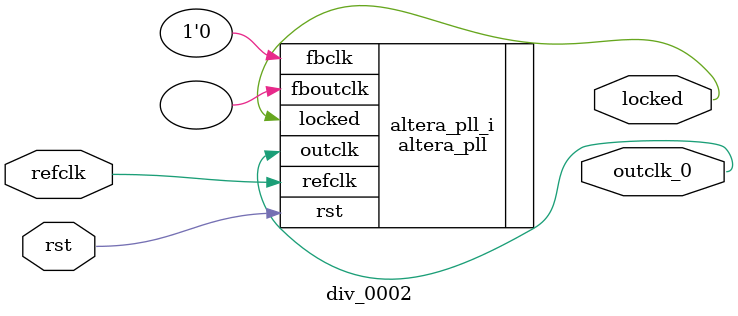
<source format=v>
`timescale 1ns/10ps
module  div_0002(

	// interface 'refclk'
	input wire refclk,

	// interface 'reset'
	input wire rst,

	// interface 'outclk0'
	output wire outclk_0,

	// interface 'locked'
	output wire locked
);

	altera_pll #(
		.fractional_vco_multiplier("false"),
		.reference_clock_frequency("50.0 MHz"),
		.operation_mode("direct"),
		.number_of_clocks(1),
		.output_clock_frequency0("1.171875 MHz"),
		.phase_shift0("0 ps"),
		.duty_cycle0(50),
		.output_clock_frequency1("0 MHz"),
		.phase_shift1("0 ps"),
		.duty_cycle1(50),
		.output_clock_frequency2("0 MHz"),
		.phase_shift2("0 ps"),
		.duty_cycle2(50),
		.output_clock_frequency3("0 MHz"),
		.phase_shift3("0 ps"),
		.duty_cycle3(50),
		.output_clock_frequency4("0 MHz"),
		.phase_shift4("0 ps"),
		.duty_cycle4(50),
		.output_clock_frequency5("0 MHz"),
		.phase_shift5("0 ps"),
		.duty_cycle5(50),
		.output_clock_frequency6("0 MHz"),
		.phase_shift6("0 ps"),
		.duty_cycle6(50),
		.output_clock_frequency7("0 MHz"),
		.phase_shift7("0 ps"),
		.duty_cycle7(50),
		.output_clock_frequency8("0 MHz"),
		.phase_shift8("0 ps"),
		.duty_cycle8(50),
		.output_clock_frequency9("0 MHz"),
		.phase_shift9("0 ps"),
		.duty_cycle9(50),
		.output_clock_frequency10("0 MHz"),
		.phase_shift10("0 ps"),
		.duty_cycle10(50),
		.output_clock_frequency11("0 MHz"),
		.phase_shift11("0 ps"),
		.duty_cycle11(50),
		.output_clock_frequency12("0 MHz"),
		.phase_shift12("0 ps"),
		.duty_cycle12(50),
		.output_clock_frequency13("0 MHz"),
		.phase_shift13("0 ps"),
		.duty_cycle13(50),
		.output_clock_frequency14("0 MHz"),
		.phase_shift14("0 ps"),
		.duty_cycle14(50),
		.output_clock_frequency15("0 MHz"),
		.phase_shift15("0 ps"),
		.duty_cycle15(50),
		.output_clock_frequency16("0 MHz"),
		.phase_shift16("0 ps"),
		.duty_cycle16(50),
		.output_clock_frequency17("0 MHz"),
		.phase_shift17("0 ps"),
		.duty_cycle17(50),
		.pll_type("General"),
		.pll_subtype("General")
	) altera_pll_i (
		.rst	(rst),
		.outclk	({outclk_0}),
		.locked	(locked),
		.fboutclk	( ),
		.fbclk	(1'b0),
		.refclk	(refclk)
	);
endmodule


</source>
